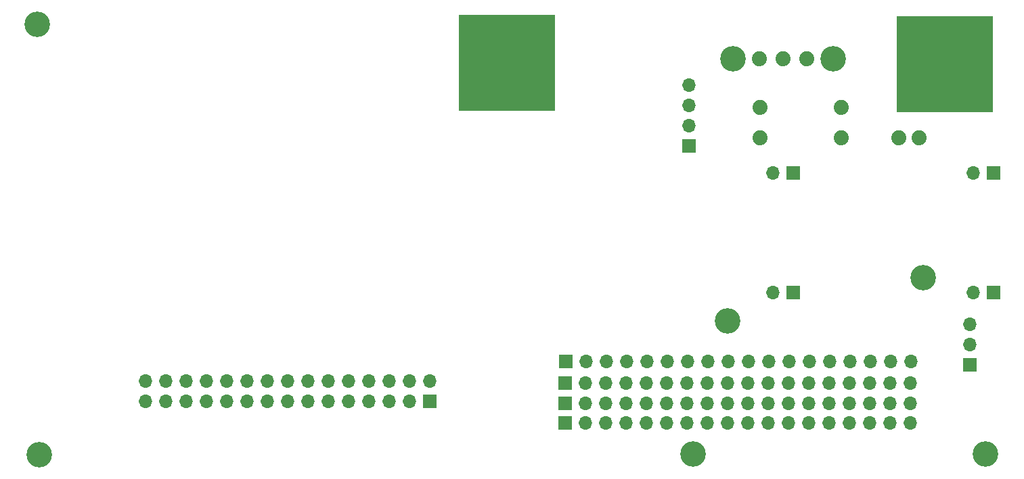
<source format=gbr>
G04 #@! TF.GenerationSoftware,KiCad,Pcbnew,5.99.0-unknown-5127d6c77~91~ubuntu20.04.1*
G04 #@! TF.CreationDate,2020-10-08T17:45:23+09:00*
G04 #@! TF.ProjectId,M5_board_bGeigieRaku V1.9,4d355f62-6f61-4726-945f-624765696769,rev?*
G04 #@! TF.SameCoordinates,Original*
G04 #@! TF.FileFunction,Soldermask,Bot*
G04 #@! TF.FilePolarity,Negative*
%FSLAX46Y46*%
G04 Gerber Fmt 4.6, Leading zero omitted, Abs format (unit mm)*
G04 Created by KiCad (PCBNEW 5.99.0-unknown-5127d6c77~91~ubuntu20.04.1) date 2020-10-08 17:45:23*
%MOMM*%
%LPD*%
G01*
G04 APERTURE LIST*
%ADD10C,1.879600*%
%ADD11C,3.200000*%
%ADD12R,1.700000X1.700000*%
%ADD13O,1.700000X1.700000*%
%ADD14C,3.203200*%
%ADD15C,2.743200*%
%ADD16R,12.000000X12.000000*%
G04 APERTURE END LIST*
D10*
X180823000Y-82244000D03*
X190983000Y-82244000D03*
D11*
X90652600Y-125805000D03*
D12*
X210033000Y-105485000D03*
D13*
X207493000Y-105485000D03*
D12*
X171933000Y-87070000D03*
D13*
X171933000Y-84530000D03*
X171933000Y-81990000D03*
X171933000Y-79450000D03*
D10*
X186744000Y-76148000D03*
X183744000Y-76148000D03*
X180744000Y-76148000D03*
D14*
X189994000Y-76148000D03*
X177494000Y-76148000D03*
D10*
X200762000Y-86054000D03*
X198222000Y-86054000D03*
D11*
X201270000Y-103580000D03*
X176759000Y-109041000D03*
D12*
X210033000Y-90499000D03*
D13*
X207493000Y-90499000D03*
D12*
X156566000Y-114121000D03*
D13*
X159106000Y-114121000D03*
X161646000Y-114121000D03*
X164186000Y-114121000D03*
X166726000Y-114121000D03*
X169266000Y-114121000D03*
X171806000Y-114121000D03*
X174346000Y-114121000D03*
X176886000Y-114121000D03*
X179426000Y-114121000D03*
X181966000Y-114121000D03*
X184506000Y-114121000D03*
X187046000Y-114121000D03*
X189586000Y-114121000D03*
X192126000Y-114121000D03*
X194666000Y-114121000D03*
X197206000Y-114121000D03*
X199746000Y-114121000D03*
D11*
X172476000Y-125664000D03*
D12*
X156439000Y-119328000D03*
D13*
X158979000Y-119328000D03*
X161519000Y-119328000D03*
X164059000Y-119328000D03*
X166599000Y-119328000D03*
X169139000Y-119328000D03*
X171679000Y-119328000D03*
X174219000Y-119328000D03*
X176759000Y-119328000D03*
X179299000Y-119328000D03*
X181839000Y-119328000D03*
X184379000Y-119328000D03*
X186919000Y-119328000D03*
X189459000Y-119328000D03*
X191999000Y-119328000D03*
X194539000Y-119328000D03*
X197079000Y-119328000D03*
X199619000Y-119328000D03*
D10*
X190983000Y-86054000D03*
X180823000Y-86054000D03*
D12*
X156439000Y-116788000D03*
D13*
X158979000Y-116788000D03*
X161519000Y-116788000D03*
X164059000Y-116788000D03*
X166599000Y-116788000D03*
X169139000Y-116788000D03*
X171679000Y-116788000D03*
X174219000Y-116788000D03*
X176759000Y-116788000D03*
X179299000Y-116788000D03*
X181839000Y-116788000D03*
X184379000Y-116788000D03*
X186919000Y-116788000D03*
X189459000Y-116788000D03*
X191999000Y-116788000D03*
X194539000Y-116788000D03*
X197079000Y-116788000D03*
X199619000Y-116788000D03*
D12*
X156439000Y-121840000D03*
D13*
X158979000Y-121840000D03*
X161519000Y-121840000D03*
X164059000Y-121840000D03*
X166599000Y-121840000D03*
X169139000Y-121840000D03*
X171679000Y-121840000D03*
X174219000Y-121840000D03*
X176759000Y-121840000D03*
X179299000Y-121840000D03*
X181839000Y-121840000D03*
X184379000Y-121840000D03*
X186919000Y-121840000D03*
X189459000Y-121840000D03*
X191999000Y-121840000D03*
X194539000Y-121840000D03*
X197079000Y-121840000D03*
X199619000Y-121840000D03*
D11*
X209052000Y-125664000D03*
D12*
X185014000Y-90499000D03*
D13*
X182474000Y-90499000D03*
D12*
X185014000Y-105485000D03*
D13*
X182474000Y-105485000D03*
D11*
X90433800Y-71815500D03*
D12*
X139564000Y-119114000D03*
D13*
X139564000Y-116574000D03*
X137024000Y-119114000D03*
X137024000Y-116574000D03*
X134484000Y-119114000D03*
X134484000Y-116574000D03*
X131944000Y-119114000D03*
X131944000Y-116574000D03*
X129404000Y-119114000D03*
X129404000Y-116574000D03*
X126864000Y-119114000D03*
X126864000Y-116574000D03*
X124324000Y-119114000D03*
X124324000Y-116574000D03*
X121784000Y-119114000D03*
X121784000Y-116574000D03*
X119244000Y-119114000D03*
X119244000Y-116574000D03*
X116704000Y-119114000D03*
X116704000Y-116574000D03*
X114164000Y-119114000D03*
X114164000Y-116574000D03*
X111624000Y-119114000D03*
X111624000Y-116574000D03*
X109084000Y-119114000D03*
X109084000Y-116574000D03*
X106544000Y-119114000D03*
X106544000Y-116574000D03*
X104004000Y-119114000D03*
X104004000Y-116574000D03*
D15*
X145750000Y-76646000D03*
D16*
X149178000Y-76646000D03*
X203978000Y-76856000D03*
D15*
X207006000Y-76666000D03*
X200258000Y-79206000D03*
X200258000Y-74126000D03*
X152498000Y-79186000D03*
X152498000Y-74106000D03*
D12*
X207112000Y-114502000D03*
D13*
X207112000Y-111962000D03*
X207112000Y-109422000D03*
M02*

</source>
